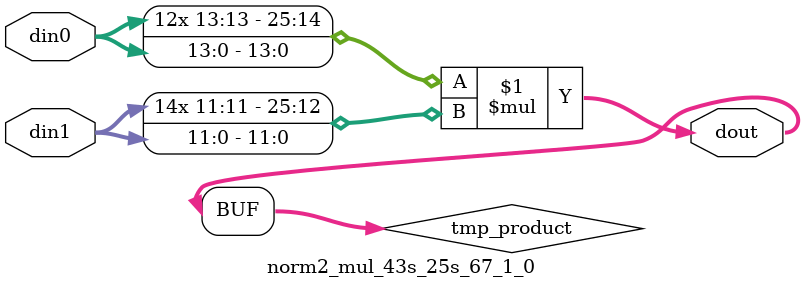
<source format=v>

`timescale 1 ns / 1 ps

 module norm2_mul_43s_25s_67_1_0(din0, din1, dout);
parameter ID = 1;
parameter NUM_STAGE = 0;
parameter din0_WIDTH = 14;
parameter din1_WIDTH = 12;
parameter dout_WIDTH = 26;

input [din0_WIDTH - 1 : 0] din0; 
input [din1_WIDTH - 1 : 0] din1; 
output [dout_WIDTH - 1 : 0] dout;

wire signed [dout_WIDTH - 1 : 0] tmp_product;



























assign tmp_product = $signed(din0) * $signed(din1);








assign dout = tmp_product;





















endmodule

</source>
